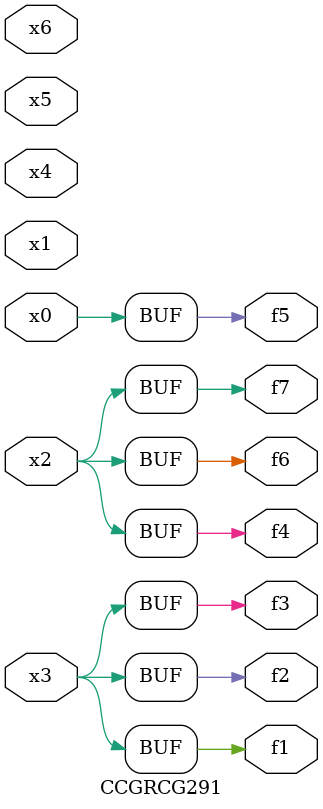
<source format=v>
module CCGRCG291(
	input x0, x1, x2, x3, x4, x5, x6,
	output f1, f2, f3, f4, f5, f6, f7
);
	assign f1 = x3;
	assign f2 = x3;
	assign f3 = x3;
	assign f4 = x2;
	assign f5 = x0;
	assign f6 = x2;
	assign f7 = x2;
endmodule

</source>
